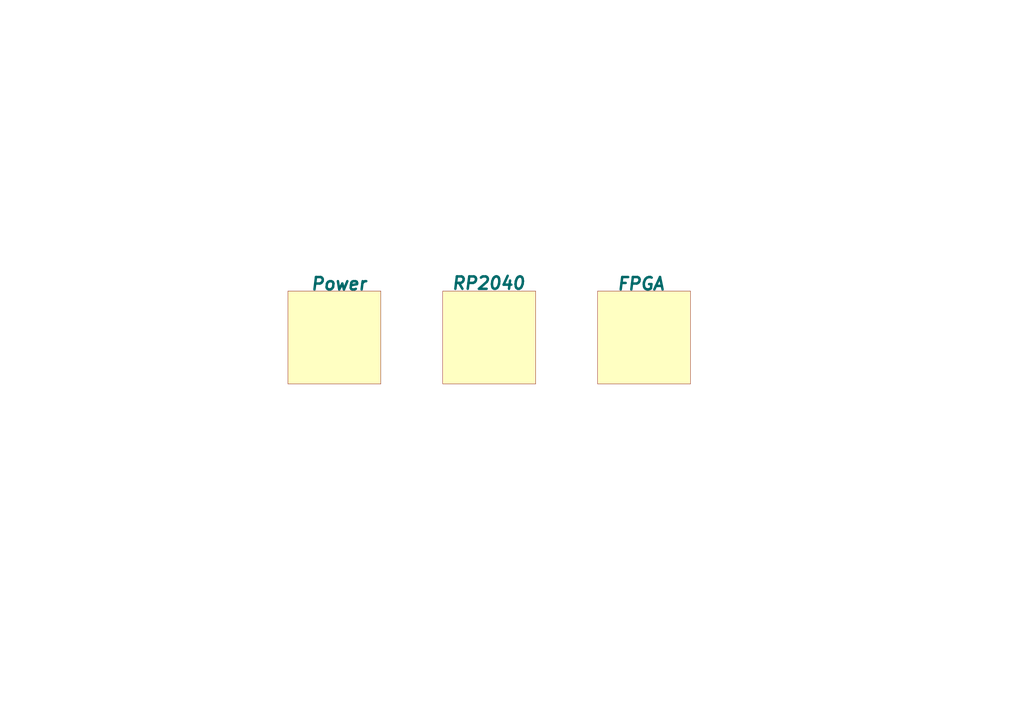
<source format=kicad_sch>
(kicad_sch
	(version 20250114)
	(generator "eeschema")
	(generator_version "9.0")
	(uuid "626b50d8-23f3-495d-8beb-8b0f7cda802e")
	(paper "A3")
	(lib_symbols)
	(sheet
		(at 245.11 119.38)
		(size 38.1 38.1)
		(exclude_from_sim no)
		(in_bom yes)
		(on_board yes)
		(dnp no)
		(stroke
			(width 0.1524)
			(type solid)
		)
		(fill
			(color 255 255 194 1.0000)
		)
		(uuid "4dd279a0-7311-4d00-a74a-f0ead1422d18")
		(property "Sheetname" "FPGA"
			(at 252.73 119.38 0)
			(effects
				(font
					(size 5.08 5.08)
					(thickness 1.016)
					(bold yes)
					(italic yes)
				)
				(justify left bottom)
			)
		)
		(property "Sheetfile" "FPGA.kicad_sch"
			(at 245.11 158.0646 0)
			(effects
				(font
					(size 1.27 1.27)
				)
				(justify left top)
				(hide yes)
			)
		)
		(instances
			(project "Shrike-lite"
				(path "/626b50d8-23f3-495d-8beb-8b0f7cda802e"
					(page "4")
				)
			)
		)
	)
	(sheet
		(at 118.11 119.38)
		(size 38.1 38.1)
		(exclude_from_sim no)
		(in_bom yes)
		(on_board yes)
		(dnp no)
		(stroke
			(width 0.1524)
			(type solid)
		)
		(fill
			(color 255 255 194 1.0000)
		)
		(uuid "80436102-c5c5-4cb8-a941-3ac7d52b0cec")
		(property "Sheetname" "Power"
			(at 127.127 119.38 0)
			(effects
				(font
					(size 5.08 5.08)
					(thickness 1.016)
					(bold yes)
					(italic yes)
				)
				(justify left bottom)
			)
		)
		(property "Sheetfile" "Power.kicad_sch"
			(at 118.11 158.6996 0)
			(effects
				(font
					(size 1.27 1.27)
				)
				(justify left top)
				(hide yes)
			)
		)
		(instances
			(project "Shrike-lite"
				(path "/626b50d8-23f3-495d-8beb-8b0f7cda802e"
					(page "4")
				)
			)
		)
	)
	(sheet
		(at 181.61 119.38)
		(size 38.1 38.1)
		(exclude_from_sim no)
		(in_bom yes)
		(on_board yes)
		(dnp no)
		(stroke
			(width 0.1524)
			(type solid)
		)
		(fill
			(color 255 255 194 1.0000)
		)
		(uuid "df4fc8cc-f8bc-489e-b8bc-ccf7195d8a94")
		(property "Sheetname" "RP2040"
			(at 184.912 119.126 0)
			(effects
				(font
					(size 5.08 5.08)
					(thickness 1.016)
					(bold yes)
					(italic yes)
				)
				(justify left bottom)
			)
		)
		(property "Sheetfile" "RP2040.kicad_sch"
			(at 181.61 158.0646 0)
			(effects
				(font
					(size 1.27 1.27)
				)
				(justify left top)
				(hide yes)
			)
		)
		(instances
			(project "Shrike-lite"
				(path "/626b50d8-23f3-495d-8beb-8b0f7cda802e"
					(page "4")
				)
			)
		)
	)
	(sheet_instances
		(path "/"
			(page "1")
		)
	)
	(embedded_fonts no)
)

</source>
